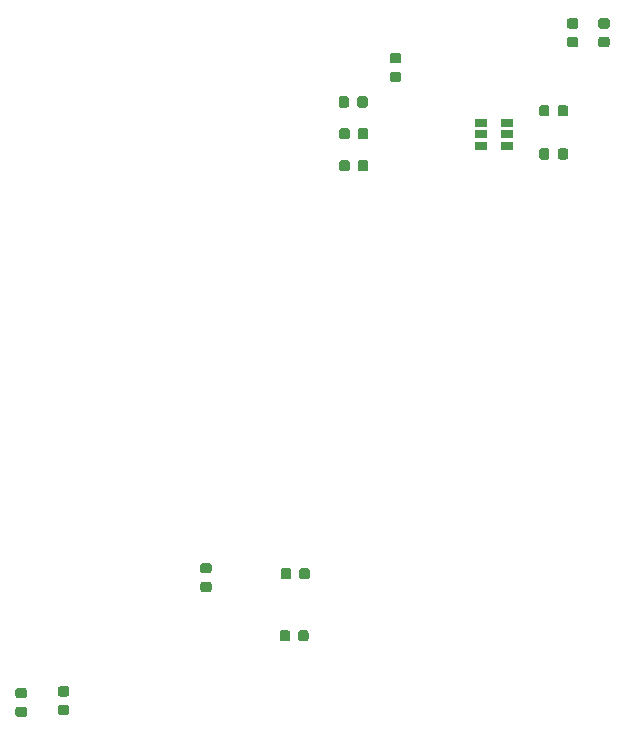
<source format=gbr>
G04 #@! TF.GenerationSoftware,KiCad,Pcbnew,(5.1.0)-1*
G04 #@! TF.CreationDate,2020-08-21T01:29:19+01:00*
G04 #@! TF.ProjectId,marcoboard,6d617263-6f62-46f6-9172-642e6b696361,rev?*
G04 #@! TF.SameCoordinates,Original*
G04 #@! TF.FileFunction,Paste,Top*
G04 #@! TF.FilePolarity,Positive*
%FSLAX46Y46*%
G04 Gerber Fmt 4.6, Leading zero omitted, Abs format (unit mm)*
G04 Created by KiCad (PCBNEW (5.1.0)-1) date 2020-08-21 01:29:19*
%MOMM*%
%LPD*%
G04 APERTURE LIST*
%ADD10R,1.060000X0.650000*%
%ADD11C,0.100000*%
%ADD12C,0.875000*%
G04 APERTURE END LIST*
D10*
X85150000Y-70900000D03*
X85150000Y-71850000D03*
X85150000Y-69950000D03*
X87350000Y-69950000D03*
X87350000Y-70900000D03*
X87350000Y-71850000D03*
D11*
G36*
X46477691Y-119338553D02*
G01*
X46498926Y-119341703D01*
X46519750Y-119346919D01*
X46539962Y-119354151D01*
X46559368Y-119363330D01*
X46577781Y-119374366D01*
X46595024Y-119387154D01*
X46610930Y-119401570D01*
X46625346Y-119417476D01*
X46638134Y-119434719D01*
X46649170Y-119453132D01*
X46658349Y-119472538D01*
X46665581Y-119492750D01*
X46670797Y-119513574D01*
X46673947Y-119534809D01*
X46675000Y-119556250D01*
X46675000Y-119993750D01*
X46673947Y-120015191D01*
X46670797Y-120036426D01*
X46665581Y-120057250D01*
X46658349Y-120077462D01*
X46649170Y-120096868D01*
X46638134Y-120115281D01*
X46625346Y-120132524D01*
X46610930Y-120148430D01*
X46595024Y-120162846D01*
X46577781Y-120175634D01*
X46559368Y-120186670D01*
X46539962Y-120195849D01*
X46519750Y-120203081D01*
X46498926Y-120208297D01*
X46477691Y-120211447D01*
X46456250Y-120212500D01*
X45943750Y-120212500D01*
X45922309Y-120211447D01*
X45901074Y-120208297D01*
X45880250Y-120203081D01*
X45860038Y-120195849D01*
X45840632Y-120186670D01*
X45822219Y-120175634D01*
X45804976Y-120162846D01*
X45789070Y-120148430D01*
X45774654Y-120132524D01*
X45761866Y-120115281D01*
X45750830Y-120096868D01*
X45741651Y-120077462D01*
X45734419Y-120057250D01*
X45729203Y-120036426D01*
X45726053Y-120015191D01*
X45725000Y-119993750D01*
X45725000Y-119556250D01*
X45726053Y-119534809D01*
X45729203Y-119513574D01*
X45734419Y-119492750D01*
X45741651Y-119472538D01*
X45750830Y-119453132D01*
X45761866Y-119434719D01*
X45774654Y-119417476D01*
X45789070Y-119401570D01*
X45804976Y-119387154D01*
X45822219Y-119374366D01*
X45840632Y-119363330D01*
X45860038Y-119354151D01*
X45880250Y-119346919D01*
X45901074Y-119341703D01*
X45922309Y-119338553D01*
X45943750Y-119337500D01*
X46456250Y-119337500D01*
X46477691Y-119338553D01*
X46477691Y-119338553D01*
G37*
D12*
X46200000Y-119775000D03*
D11*
G36*
X46477691Y-117763553D02*
G01*
X46498926Y-117766703D01*
X46519750Y-117771919D01*
X46539962Y-117779151D01*
X46559368Y-117788330D01*
X46577781Y-117799366D01*
X46595024Y-117812154D01*
X46610930Y-117826570D01*
X46625346Y-117842476D01*
X46638134Y-117859719D01*
X46649170Y-117878132D01*
X46658349Y-117897538D01*
X46665581Y-117917750D01*
X46670797Y-117938574D01*
X46673947Y-117959809D01*
X46675000Y-117981250D01*
X46675000Y-118418750D01*
X46673947Y-118440191D01*
X46670797Y-118461426D01*
X46665581Y-118482250D01*
X46658349Y-118502462D01*
X46649170Y-118521868D01*
X46638134Y-118540281D01*
X46625346Y-118557524D01*
X46610930Y-118573430D01*
X46595024Y-118587846D01*
X46577781Y-118600634D01*
X46559368Y-118611670D01*
X46539962Y-118620849D01*
X46519750Y-118628081D01*
X46498926Y-118633297D01*
X46477691Y-118636447D01*
X46456250Y-118637500D01*
X45943750Y-118637500D01*
X45922309Y-118636447D01*
X45901074Y-118633297D01*
X45880250Y-118628081D01*
X45860038Y-118620849D01*
X45840632Y-118611670D01*
X45822219Y-118600634D01*
X45804976Y-118587846D01*
X45789070Y-118573430D01*
X45774654Y-118557524D01*
X45761866Y-118540281D01*
X45750830Y-118521868D01*
X45741651Y-118502462D01*
X45734419Y-118482250D01*
X45729203Y-118461426D01*
X45726053Y-118440191D01*
X45725000Y-118418750D01*
X45725000Y-117981250D01*
X45726053Y-117959809D01*
X45729203Y-117938574D01*
X45734419Y-117917750D01*
X45741651Y-117897538D01*
X45750830Y-117878132D01*
X45761866Y-117859719D01*
X45774654Y-117842476D01*
X45789070Y-117826570D01*
X45804976Y-117812154D01*
X45822219Y-117799366D01*
X45840632Y-117788330D01*
X45860038Y-117779151D01*
X45880250Y-117771919D01*
X45901074Y-117766703D01*
X45922309Y-117763553D01*
X45943750Y-117762500D01*
X46456250Y-117762500D01*
X46477691Y-117763553D01*
X46477691Y-117763553D01*
G37*
D12*
X46200000Y-118200000D03*
D11*
G36*
X50077691Y-119188553D02*
G01*
X50098926Y-119191703D01*
X50119750Y-119196919D01*
X50139962Y-119204151D01*
X50159368Y-119213330D01*
X50177781Y-119224366D01*
X50195024Y-119237154D01*
X50210930Y-119251570D01*
X50225346Y-119267476D01*
X50238134Y-119284719D01*
X50249170Y-119303132D01*
X50258349Y-119322538D01*
X50265581Y-119342750D01*
X50270797Y-119363574D01*
X50273947Y-119384809D01*
X50275000Y-119406250D01*
X50275000Y-119843750D01*
X50273947Y-119865191D01*
X50270797Y-119886426D01*
X50265581Y-119907250D01*
X50258349Y-119927462D01*
X50249170Y-119946868D01*
X50238134Y-119965281D01*
X50225346Y-119982524D01*
X50210930Y-119998430D01*
X50195024Y-120012846D01*
X50177781Y-120025634D01*
X50159368Y-120036670D01*
X50139962Y-120045849D01*
X50119750Y-120053081D01*
X50098926Y-120058297D01*
X50077691Y-120061447D01*
X50056250Y-120062500D01*
X49543750Y-120062500D01*
X49522309Y-120061447D01*
X49501074Y-120058297D01*
X49480250Y-120053081D01*
X49460038Y-120045849D01*
X49440632Y-120036670D01*
X49422219Y-120025634D01*
X49404976Y-120012846D01*
X49389070Y-119998430D01*
X49374654Y-119982524D01*
X49361866Y-119965281D01*
X49350830Y-119946868D01*
X49341651Y-119927462D01*
X49334419Y-119907250D01*
X49329203Y-119886426D01*
X49326053Y-119865191D01*
X49325000Y-119843750D01*
X49325000Y-119406250D01*
X49326053Y-119384809D01*
X49329203Y-119363574D01*
X49334419Y-119342750D01*
X49341651Y-119322538D01*
X49350830Y-119303132D01*
X49361866Y-119284719D01*
X49374654Y-119267476D01*
X49389070Y-119251570D01*
X49404976Y-119237154D01*
X49422219Y-119224366D01*
X49440632Y-119213330D01*
X49460038Y-119204151D01*
X49480250Y-119196919D01*
X49501074Y-119191703D01*
X49522309Y-119188553D01*
X49543750Y-119187500D01*
X50056250Y-119187500D01*
X50077691Y-119188553D01*
X50077691Y-119188553D01*
G37*
D12*
X49800000Y-119625000D03*
D11*
G36*
X50077691Y-117613553D02*
G01*
X50098926Y-117616703D01*
X50119750Y-117621919D01*
X50139962Y-117629151D01*
X50159368Y-117638330D01*
X50177781Y-117649366D01*
X50195024Y-117662154D01*
X50210930Y-117676570D01*
X50225346Y-117692476D01*
X50238134Y-117709719D01*
X50249170Y-117728132D01*
X50258349Y-117747538D01*
X50265581Y-117767750D01*
X50270797Y-117788574D01*
X50273947Y-117809809D01*
X50275000Y-117831250D01*
X50275000Y-118268750D01*
X50273947Y-118290191D01*
X50270797Y-118311426D01*
X50265581Y-118332250D01*
X50258349Y-118352462D01*
X50249170Y-118371868D01*
X50238134Y-118390281D01*
X50225346Y-118407524D01*
X50210930Y-118423430D01*
X50195024Y-118437846D01*
X50177781Y-118450634D01*
X50159368Y-118461670D01*
X50139962Y-118470849D01*
X50119750Y-118478081D01*
X50098926Y-118483297D01*
X50077691Y-118486447D01*
X50056250Y-118487500D01*
X49543750Y-118487500D01*
X49522309Y-118486447D01*
X49501074Y-118483297D01*
X49480250Y-118478081D01*
X49460038Y-118470849D01*
X49440632Y-118461670D01*
X49422219Y-118450634D01*
X49404976Y-118437846D01*
X49389070Y-118423430D01*
X49374654Y-118407524D01*
X49361866Y-118390281D01*
X49350830Y-118371868D01*
X49341651Y-118352462D01*
X49334419Y-118332250D01*
X49329203Y-118311426D01*
X49326053Y-118290191D01*
X49325000Y-118268750D01*
X49325000Y-117831250D01*
X49326053Y-117809809D01*
X49329203Y-117788574D01*
X49334419Y-117767750D01*
X49341651Y-117747538D01*
X49350830Y-117728132D01*
X49361866Y-117709719D01*
X49374654Y-117692476D01*
X49389070Y-117676570D01*
X49404976Y-117662154D01*
X49422219Y-117649366D01*
X49440632Y-117638330D01*
X49460038Y-117629151D01*
X49480250Y-117621919D01*
X49501074Y-117616703D01*
X49522309Y-117613553D01*
X49543750Y-117612500D01*
X50056250Y-117612500D01*
X50077691Y-117613553D01*
X50077691Y-117613553D01*
G37*
D12*
X49800000Y-118050000D03*
D11*
G36*
X90740191Y-68426053D02*
G01*
X90761426Y-68429203D01*
X90782250Y-68434419D01*
X90802462Y-68441651D01*
X90821868Y-68450830D01*
X90840281Y-68461866D01*
X90857524Y-68474654D01*
X90873430Y-68489070D01*
X90887846Y-68504976D01*
X90900634Y-68522219D01*
X90911670Y-68540632D01*
X90920849Y-68560038D01*
X90928081Y-68580250D01*
X90933297Y-68601074D01*
X90936447Y-68622309D01*
X90937500Y-68643750D01*
X90937500Y-69156250D01*
X90936447Y-69177691D01*
X90933297Y-69198926D01*
X90928081Y-69219750D01*
X90920849Y-69239962D01*
X90911670Y-69259368D01*
X90900634Y-69277781D01*
X90887846Y-69295024D01*
X90873430Y-69310930D01*
X90857524Y-69325346D01*
X90840281Y-69338134D01*
X90821868Y-69349170D01*
X90802462Y-69358349D01*
X90782250Y-69365581D01*
X90761426Y-69370797D01*
X90740191Y-69373947D01*
X90718750Y-69375000D01*
X90281250Y-69375000D01*
X90259809Y-69373947D01*
X90238574Y-69370797D01*
X90217750Y-69365581D01*
X90197538Y-69358349D01*
X90178132Y-69349170D01*
X90159719Y-69338134D01*
X90142476Y-69325346D01*
X90126570Y-69310930D01*
X90112154Y-69295024D01*
X90099366Y-69277781D01*
X90088330Y-69259368D01*
X90079151Y-69239962D01*
X90071919Y-69219750D01*
X90066703Y-69198926D01*
X90063553Y-69177691D01*
X90062500Y-69156250D01*
X90062500Y-68643750D01*
X90063553Y-68622309D01*
X90066703Y-68601074D01*
X90071919Y-68580250D01*
X90079151Y-68560038D01*
X90088330Y-68540632D01*
X90099366Y-68522219D01*
X90112154Y-68504976D01*
X90126570Y-68489070D01*
X90142476Y-68474654D01*
X90159719Y-68461866D01*
X90178132Y-68450830D01*
X90197538Y-68441651D01*
X90217750Y-68434419D01*
X90238574Y-68429203D01*
X90259809Y-68426053D01*
X90281250Y-68425000D01*
X90718750Y-68425000D01*
X90740191Y-68426053D01*
X90740191Y-68426053D01*
G37*
D12*
X90500000Y-68900000D03*
D11*
G36*
X92315191Y-68426053D02*
G01*
X92336426Y-68429203D01*
X92357250Y-68434419D01*
X92377462Y-68441651D01*
X92396868Y-68450830D01*
X92415281Y-68461866D01*
X92432524Y-68474654D01*
X92448430Y-68489070D01*
X92462846Y-68504976D01*
X92475634Y-68522219D01*
X92486670Y-68540632D01*
X92495849Y-68560038D01*
X92503081Y-68580250D01*
X92508297Y-68601074D01*
X92511447Y-68622309D01*
X92512500Y-68643750D01*
X92512500Y-69156250D01*
X92511447Y-69177691D01*
X92508297Y-69198926D01*
X92503081Y-69219750D01*
X92495849Y-69239962D01*
X92486670Y-69259368D01*
X92475634Y-69277781D01*
X92462846Y-69295024D01*
X92448430Y-69310930D01*
X92432524Y-69325346D01*
X92415281Y-69338134D01*
X92396868Y-69349170D01*
X92377462Y-69358349D01*
X92357250Y-69365581D01*
X92336426Y-69370797D01*
X92315191Y-69373947D01*
X92293750Y-69375000D01*
X91856250Y-69375000D01*
X91834809Y-69373947D01*
X91813574Y-69370797D01*
X91792750Y-69365581D01*
X91772538Y-69358349D01*
X91753132Y-69349170D01*
X91734719Y-69338134D01*
X91717476Y-69325346D01*
X91701570Y-69310930D01*
X91687154Y-69295024D01*
X91674366Y-69277781D01*
X91663330Y-69259368D01*
X91654151Y-69239962D01*
X91646919Y-69219750D01*
X91641703Y-69198926D01*
X91638553Y-69177691D01*
X91637500Y-69156250D01*
X91637500Y-68643750D01*
X91638553Y-68622309D01*
X91641703Y-68601074D01*
X91646919Y-68580250D01*
X91654151Y-68560038D01*
X91663330Y-68540632D01*
X91674366Y-68522219D01*
X91687154Y-68504976D01*
X91701570Y-68489070D01*
X91717476Y-68474654D01*
X91734719Y-68461866D01*
X91753132Y-68450830D01*
X91772538Y-68441651D01*
X91792750Y-68434419D01*
X91813574Y-68429203D01*
X91834809Y-68426053D01*
X91856250Y-68425000D01*
X92293750Y-68425000D01*
X92315191Y-68426053D01*
X92315191Y-68426053D01*
G37*
D12*
X92075000Y-68900000D03*
D11*
G36*
X90740191Y-72076053D02*
G01*
X90761426Y-72079203D01*
X90782250Y-72084419D01*
X90802462Y-72091651D01*
X90821868Y-72100830D01*
X90840281Y-72111866D01*
X90857524Y-72124654D01*
X90873430Y-72139070D01*
X90887846Y-72154976D01*
X90900634Y-72172219D01*
X90911670Y-72190632D01*
X90920849Y-72210038D01*
X90928081Y-72230250D01*
X90933297Y-72251074D01*
X90936447Y-72272309D01*
X90937500Y-72293750D01*
X90937500Y-72806250D01*
X90936447Y-72827691D01*
X90933297Y-72848926D01*
X90928081Y-72869750D01*
X90920849Y-72889962D01*
X90911670Y-72909368D01*
X90900634Y-72927781D01*
X90887846Y-72945024D01*
X90873430Y-72960930D01*
X90857524Y-72975346D01*
X90840281Y-72988134D01*
X90821868Y-72999170D01*
X90802462Y-73008349D01*
X90782250Y-73015581D01*
X90761426Y-73020797D01*
X90740191Y-73023947D01*
X90718750Y-73025000D01*
X90281250Y-73025000D01*
X90259809Y-73023947D01*
X90238574Y-73020797D01*
X90217750Y-73015581D01*
X90197538Y-73008349D01*
X90178132Y-72999170D01*
X90159719Y-72988134D01*
X90142476Y-72975346D01*
X90126570Y-72960930D01*
X90112154Y-72945024D01*
X90099366Y-72927781D01*
X90088330Y-72909368D01*
X90079151Y-72889962D01*
X90071919Y-72869750D01*
X90066703Y-72848926D01*
X90063553Y-72827691D01*
X90062500Y-72806250D01*
X90062500Y-72293750D01*
X90063553Y-72272309D01*
X90066703Y-72251074D01*
X90071919Y-72230250D01*
X90079151Y-72210038D01*
X90088330Y-72190632D01*
X90099366Y-72172219D01*
X90112154Y-72154976D01*
X90126570Y-72139070D01*
X90142476Y-72124654D01*
X90159719Y-72111866D01*
X90178132Y-72100830D01*
X90197538Y-72091651D01*
X90217750Y-72084419D01*
X90238574Y-72079203D01*
X90259809Y-72076053D01*
X90281250Y-72075000D01*
X90718750Y-72075000D01*
X90740191Y-72076053D01*
X90740191Y-72076053D01*
G37*
D12*
X90500000Y-72550000D03*
D11*
G36*
X92315191Y-72076053D02*
G01*
X92336426Y-72079203D01*
X92357250Y-72084419D01*
X92377462Y-72091651D01*
X92396868Y-72100830D01*
X92415281Y-72111866D01*
X92432524Y-72124654D01*
X92448430Y-72139070D01*
X92462846Y-72154976D01*
X92475634Y-72172219D01*
X92486670Y-72190632D01*
X92495849Y-72210038D01*
X92503081Y-72230250D01*
X92508297Y-72251074D01*
X92511447Y-72272309D01*
X92512500Y-72293750D01*
X92512500Y-72806250D01*
X92511447Y-72827691D01*
X92508297Y-72848926D01*
X92503081Y-72869750D01*
X92495849Y-72889962D01*
X92486670Y-72909368D01*
X92475634Y-72927781D01*
X92462846Y-72945024D01*
X92448430Y-72960930D01*
X92432524Y-72975346D01*
X92415281Y-72988134D01*
X92396868Y-72999170D01*
X92377462Y-73008349D01*
X92357250Y-73015581D01*
X92336426Y-73020797D01*
X92315191Y-73023947D01*
X92293750Y-73025000D01*
X91856250Y-73025000D01*
X91834809Y-73023947D01*
X91813574Y-73020797D01*
X91792750Y-73015581D01*
X91772538Y-73008349D01*
X91753132Y-72999170D01*
X91734719Y-72988134D01*
X91717476Y-72975346D01*
X91701570Y-72960930D01*
X91687154Y-72945024D01*
X91674366Y-72927781D01*
X91663330Y-72909368D01*
X91654151Y-72889962D01*
X91646919Y-72869750D01*
X91641703Y-72848926D01*
X91638553Y-72827691D01*
X91637500Y-72806250D01*
X91637500Y-72293750D01*
X91638553Y-72272309D01*
X91641703Y-72251074D01*
X91646919Y-72230250D01*
X91654151Y-72210038D01*
X91663330Y-72190632D01*
X91674366Y-72172219D01*
X91687154Y-72154976D01*
X91701570Y-72139070D01*
X91717476Y-72124654D01*
X91734719Y-72111866D01*
X91753132Y-72100830D01*
X91772538Y-72091651D01*
X91792750Y-72084419D01*
X91813574Y-72079203D01*
X91834809Y-72076053D01*
X91856250Y-72075000D01*
X92293750Y-72075000D01*
X92315191Y-72076053D01*
X92315191Y-72076053D01*
G37*
D12*
X92075000Y-72550000D03*
D11*
G36*
X95827691Y-61063553D02*
G01*
X95848926Y-61066703D01*
X95869750Y-61071919D01*
X95889962Y-61079151D01*
X95909368Y-61088330D01*
X95927781Y-61099366D01*
X95945024Y-61112154D01*
X95960930Y-61126570D01*
X95975346Y-61142476D01*
X95988134Y-61159719D01*
X95999170Y-61178132D01*
X96008349Y-61197538D01*
X96015581Y-61217750D01*
X96020797Y-61238574D01*
X96023947Y-61259809D01*
X96025000Y-61281250D01*
X96025000Y-61718750D01*
X96023947Y-61740191D01*
X96020797Y-61761426D01*
X96015581Y-61782250D01*
X96008349Y-61802462D01*
X95999170Y-61821868D01*
X95988134Y-61840281D01*
X95975346Y-61857524D01*
X95960930Y-61873430D01*
X95945024Y-61887846D01*
X95927781Y-61900634D01*
X95909368Y-61911670D01*
X95889962Y-61920849D01*
X95869750Y-61928081D01*
X95848926Y-61933297D01*
X95827691Y-61936447D01*
X95806250Y-61937500D01*
X95293750Y-61937500D01*
X95272309Y-61936447D01*
X95251074Y-61933297D01*
X95230250Y-61928081D01*
X95210038Y-61920849D01*
X95190632Y-61911670D01*
X95172219Y-61900634D01*
X95154976Y-61887846D01*
X95139070Y-61873430D01*
X95124654Y-61857524D01*
X95111866Y-61840281D01*
X95100830Y-61821868D01*
X95091651Y-61802462D01*
X95084419Y-61782250D01*
X95079203Y-61761426D01*
X95076053Y-61740191D01*
X95075000Y-61718750D01*
X95075000Y-61281250D01*
X95076053Y-61259809D01*
X95079203Y-61238574D01*
X95084419Y-61217750D01*
X95091651Y-61197538D01*
X95100830Y-61178132D01*
X95111866Y-61159719D01*
X95124654Y-61142476D01*
X95139070Y-61126570D01*
X95154976Y-61112154D01*
X95172219Y-61099366D01*
X95190632Y-61088330D01*
X95210038Y-61079151D01*
X95230250Y-61071919D01*
X95251074Y-61066703D01*
X95272309Y-61063553D01*
X95293750Y-61062500D01*
X95806250Y-61062500D01*
X95827691Y-61063553D01*
X95827691Y-61063553D01*
G37*
D12*
X95550000Y-61500000D03*
D11*
G36*
X95827691Y-62638553D02*
G01*
X95848926Y-62641703D01*
X95869750Y-62646919D01*
X95889962Y-62654151D01*
X95909368Y-62663330D01*
X95927781Y-62674366D01*
X95945024Y-62687154D01*
X95960930Y-62701570D01*
X95975346Y-62717476D01*
X95988134Y-62734719D01*
X95999170Y-62753132D01*
X96008349Y-62772538D01*
X96015581Y-62792750D01*
X96020797Y-62813574D01*
X96023947Y-62834809D01*
X96025000Y-62856250D01*
X96025000Y-63293750D01*
X96023947Y-63315191D01*
X96020797Y-63336426D01*
X96015581Y-63357250D01*
X96008349Y-63377462D01*
X95999170Y-63396868D01*
X95988134Y-63415281D01*
X95975346Y-63432524D01*
X95960930Y-63448430D01*
X95945024Y-63462846D01*
X95927781Y-63475634D01*
X95909368Y-63486670D01*
X95889962Y-63495849D01*
X95869750Y-63503081D01*
X95848926Y-63508297D01*
X95827691Y-63511447D01*
X95806250Y-63512500D01*
X95293750Y-63512500D01*
X95272309Y-63511447D01*
X95251074Y-63508297D01*
X95230250Y-63503081D01*
X95210038Y-63495849D01*
X95190632Y-63486670D01*
X95172219Y-63475634D01*
X95154976Y-63462846D01*
X95139070Y-63448430D01*
X95124654Y-63432524D01*
X95111866Y-63415281D01*
X95100830Y-63396868D01*
X95091651Y-63377462D01*
X95084419Y-63357250D01*
X95079203Y-63336426D01*
X95076053Y-63315191D01*
X95075000Y-63293750D01*
X95075000Y-62856250D01*
X95076053Y-62834809D01*
X95079203Y-62813574D01*
X95084419Y-62792750D01*
X95091651Y-62772538D01*
X95100830Y-62753132D01*
X95111866Y-62734719D01*
X95124654Y-62717476D01*
X95139070Y-62701570D01*
X95154976Y-62687154D01*
X95172219Y-62674366D01*
X95190632Y-62663330D01*
X95210038Y-62654151D01*
X95230250Y-62646919D01*
X95251074Y-62641703D01*
X95272309Y-62638553D01*
X95293750Y-62637500D01*
X95806250Y-62637500D01*
X95827691Y-62638553D01*
X95827691Y-62638553D01*
G37*
D12*
X95550000Y-63075000D03*
D11*
G36*
X93177691Y-62638553D02*
G01*
X93198926Y-62641703D01*
X93219750Y-62646919D01*
X93239962Y-62654151D01*
X93259368Y-62663330D01*
X93277781Y-62674366D01*
X93295024Y-62687154D01*
X93310930Y-62701570D01*
X93325346Y-62717476D01*
X93338134Y-62734719D01*
X93349170Y-62753132D01*
X93358349Y-62772538D01*
X93365581Y-62792750D01*
X93370797Y-62813574D01*
X93373947Y-62834809D01*
X93375000Y-62856250D01*
X93375000Y-63293750D01*
X93373947Y-63315191D01*
X93370797Y-63336426D01*
X93365581Y-63357250D01*
X93358349Y-63377462D01*
X93349170Y-63396868D01*
X93338134Y-63415281D01*
X93325346Y-63432524D01*
X93310930Y-63448430D01*
X93295024Y-63462846D01*
X93277781Y-63475634D01*
X93259368Y-63486670D01*
X93239962Y-63495849D01*
X93219750Y-63503081D01*
X93198926Y-63508297D01*
X93177691Y-63511447D01*
X93156250Y-63512500D01*
X92643750Y-63512500D01*
X92622309Y-63511447D01*
X92601074Y-63508297D01*
X92580250Y-63503081D01*
X92560038Y-63495849D01*
X92540632Y-63486670D01*
X92522219Y-63475634D01*
X92504976Y-63462846D01*
X92489070Y-63448430D01*
X92474654Y-63432524D01*
X92461866Y-63415281D01*
X92450830Y-63396868D01*
X92441651Y-63377462D01*
X92434419Y-63357250D01*
X92429203Y-63336426D01*
X92426053Y-63315191D01*
X92425000Y-63293750D01*
X92425000Y-62856250D01*
X92426053Y-62834809D01*
X92429203Y-62813574D01*
X92434419Y-62792750D01*
X92441651Y-62772538D01*
X92450830Y-62753132D01*
X92461866Y-62734719D01*
X92474654Y-62717476D01*
X92489070Y-62701570D01*
X92504976Y-62687154D01*
X92522219Y-62674366D01*
X92540632Y-62663330D01*
X92560038Y-62654151D01*
X92580250Y-62646919D01*
X92601074Y-62641703D01*
X92622309Y-62638553D01*
X92643750Y-62637500D01*
X93156250Y-62637500D01*
X93177691Y-62638553D01*
X93177691Y-62638553D01*
G37*
D12*
X92900000Y-63075000D03*
D11*
G36*
X93177691Y-61063553D02*
G01*
X93198926Y-61066703D01*
X93219750Y-61071919D01*
X93239962Y-61079151D01*
X93259368Y-61088330D01*
X93277781Y-61099366D01*
X93295024Y-61112154D01*
X93310930Y-61126570D01*
X93325346Y-61142476D01*
X93338134Y-61159719D01*
X93349170Y-61178132D01*
X93358349Y-61197538D01*
X93365581Y-61217750D01*
X93370797Y-61238574D01*
X93373947Y-61259809D01*
X93375000Y-61281250D01*
X93375000Y-61718750D01*
X93373947Y-61740191D01*
X93370797Y-61761426D01*
X93365581Y-61782250D01*
X93358349Y-61802462D01*
X93349170Y-61821868D01*
X93338134Y-61840281D01*
X93325346Y-61857524D01*
X93310930Y-61873430D01*
X93295024Y-61887846D01*
X93277781Y-61900634D01*
X93259368Y-61911670D01*
X93239962Y-61920849D01*
X93219750Y-61928081D01*
X93198926Y-61933297D01*
X93177691Y-61936447D01*
X93156250Y-61937500D01*
X92643750Y-61937500D01*
X92622309Y-61936447D01*
X92601074Y-61933297D01*
X92580250Y-61928081D01*
X92560038Y-61920849D01*
X92540632Y-61911670D01*
X92522219Y-61900634D01*
X92504976Y-61887846D01*
X92489070Y-61873430D01*
X92474654Y-61857524D01*
X92461866Y-61840281D01*
X92450830Y-61821868D01*
X92441651Y-61802462D01*
X92434419Y-61782250D01*
X92429203Y-61761426D01*
X92426053Y-61740191D01*
X92425000Y-61718750D01*
X92425000Y-61281250D01*
X92426053Y-61259809D01*
X92429203Y-61238574D01*
X92434419Y-61217750D01*
X92441651Y-61197538D01*
X92450830Y-61178132D01*
X92461866Y-61159719D01*
X92474654Y-61142476D01*
X92489070Y-61126570D01*
X92504976Y-61112154D01*
X92522219Y-61099366D01*
X92540632Y-61088330D01*
X92560038Y-61079151D01*
X92580250Y-61071919D01*
X92601074Y-61066703D01*
X92622309Y-61063553D01*
X92643750Y-61062500D01*
X93156250Y-61062500D01*
X93177691Y-61063553D01*
X93177691Y-61063553D01*
G37*
D12*
X92900000Y-61500000D03*
D11*
G36*
X62127691Y-108763553D02*
G01*
X62148926Y-108766703D01*
X62169750Y-108771919D01*
X62189962Y-108779151D01*
X62209368Y-108788330D01*
X62227781Y-108799366D01*
X62245024Y-108812154D01*
X62260930Y-108826570D01*
X62275346Y-108842476D01*
X62288134Y-108859719D01*
X62299170Y-108878132D01*
X62308349Y-108897538D01*
X62315581Y-108917750D01*
X62320797Y-108938574D01*
X62323947Y-108959809D01*
X62325000Y-108981250D01*
X62325000Y-109418750D01*
X62323947Y-109440191D01*
X62320797Y-109461426D01*
X62315581Y-109482250D01*
X62308349Y-109502462D01*
X62299170Y-109521868D01*
X62288134Y-109540281D01*
X62275346Y-109557524D01*
X62260930Y-109573430D01*
X62245024Y-109587846D01*
X62227781Y-109600634D01*
X62209368Y-109611670D01*
X62189962Y-109620849D01*
X62169750Y-109628081D01*
X62148926Y-109633297D01*
X62127691Y-109636447D01*
X62106250Y-109637500D01*
X61593750Y-109637500D01*
X61572309Y-109636447D01*
X61551074Y-109633297D01*
X61530250Y-109628081D01*
X61510038Y-109620849D01*
X61490632Y-109611670D01*
X61472219Y-109600634D01*
X61454976Y-109587846D01*
X61439070Y-109573430D01*
X61424654Y-109557524D01*
X61411866Y-109540281D01*
X61400830Y-109521868D01*
X61391651Y-109502462D01*
X61384419Y-109482250D01*
X61379203Y-109461426D01*
X61376053Y-109440191D01*
X61375000Y-109418750D01*
X61375000Y-108981250D01*
X61376053Y-108959809D01*
X61379203Y-108938574D01*
X61384419Y-108917750D01*
X61391651Y-108897538D01*
X61400830Y-108878132D01*
X61411866Y-108859719D01*
X61424654Y-108842476D01*
X61439070Y-108826570D01*
X61454976Y-108812154D01*
X61472219Y-108799366D01*
X61490632Y-108788330D01*
X61510038Y-108779151D01*
X61530250Y-108771919D01*
X61551074Y-108766703D01*
X61572309Y-108763553D01*
X61593750Y-108762500D01*
X62106250Y-108762500D01*
X62127691Y-108763553D01*
X62127691Y-108763553D01*
G37*
D12*
X61850000Y-109200000D03*
D11*
G36*
X62127691Y-107188553D02*
G01*
X62148926Y-107191703D01*
X62169750Y-107196919D01*
X62189962Y-107204151D01*
X62209368Y-107213330D01*
X62227781Y-107224366D01*
X62245024Y-107237154D01*
X62260930Y-107251570D01*
X62275346Y-107267476D01*
X62288134Y-107284719D01*
X62299170Y-107303132D01*
X62308349Y-107322538D01*
X62315581Y-107342750D01*
X62320797Y-107363574D01*
X62323947Y-107384809D01*
X62325000Y-107406250D01*
X62325000Y-107843750D01*
X62323947Y-107865191D01*
X62320797Y-107886426D01*
X62315581Y-107907250D01*
X62308349Y-107927462D01*
X62299170Y-107946868D01*
X62288134Y-107965281D01*
X62275346Y-107982524D01*
X62260930Y-107998430D01*
X62245024Y-108012846D01*
X62227781Y-108025634D01*
X62209368Y-108036670D01*
X62189962Y-108045849D01*
X62169750Y-108053081D01*
X62148926Y-108058297D01*
X62127691Y-108061447D01*
X62106250Y-108062500D01*
X61593750Y-108062500D01*
X61572309Y-108061447D01*
X61551074Y-108058297D01*
X61530250Y-108053081D01*
X61510038Y-108045849D01*
X61490632Y-108036670D01*
X61472219Y-108025634D01*
X61454976Y-108012846D01*
X61439070Y-107998430D01*
X61424654Y-107982524D01*
X61411866Y-107965281D01*
X61400830Y-107946868D01*
X61391651Y-107927462D01*
X61384419Y-107907250D01*
X61379203Y-107886426D01*
X61376053Y-107865191D01*
X61375000Y-107843750D01*
X61375000Y-107406250D01*
X61376053Y-107384809D01*
X61379203Y-107363574D01*
X61384419Y-107342750D01*
X61391651Y-107322538D01*
X61400830Y-107303132D01*
X61411866Y-107284719D01*
X61424654Y-107267476D01*
X61439070Y-107251570D01*
X61454976Y-107237154D01*
X61472219Y-107224366D01*
X61490632Y-107213330D01*
X61510038Y-107204151D01*
X61530250Y-107196919D01*
X61551074Y-107191703D01*
X61572309Y-107188553D01*
X61593750Y-107187500D01*
X62106250Y-107187500D01*
X62127691Y-107188553D01*
X62127691Y-107188553D01*
G37*
D12*
X61850000Y-107625000D03*
D11*
G36*
X78177691Y-64013553D02*
G01*
X78198926Y-64016703D01*
X78219750Y-64021919D01*
X78239962Y-64029151D01*
X78259368Y-64038330D01*
X78277781Y-64049366D01*
X78295024Y-64062154D01*
X78310930Y-64076570D01*
X78325346Y-64092476D01*
X78338134Y-64109719D01*
X78349170Y-64128132D01*
X78358349Y-64147538D01*
X78365581Y-64167750D01*
X78370797Y-64188574D01*
X78373947Y-64209809D01*
X78375000Y-64231250D01*
X78375000Y-64668750D01*
X78373947Y-64690191D01*
X78370797Y-64711426D01*
X78365581Y-64732250D01*
X78358349Y-64752462D01*
X78349170Y-64771868D01*
X78338134Y-64790281D01*
X78325346Y-64807524D01*
X78310930Y-64823430D01*
X78295024Y-64837846D01*
X78277781Y-64850634D01*
X78259368Y-64861670D01*
X78239962Y-64870849D01*
X78219750Y-64878081D01*
X78198926Y-64883297D01*
X78177691Y-64886447D01*
X78156250Y-64887500D01*
X77643750Y-64887500D01*
X77622309Y-64886447D01*
X77601074Y-64883297D01*
X77580250Y-64878081D01*
X77560038Y-64870849D01*
X77540632Y-64861670D01*
X77522219Y-64850634D01*
X77504976Y-64837846D01*
X77489070Y-64823430D01*
X77474654Y-64807524D01*
X77461866Y-64790281D01*
X77450830Y-64771868D01*
X77441651Y-64752462D01*
X77434419Y-64732250D01*
X77429203Y-64711426D01*
X77426053Y-64690191D01*
X77425000Y-64668750D01*
X77425000Y-64231250D01*
X77426053Y-64209809D01*
X77429203Y-64188574D01*
X77434419Y-64167750D01*
X77441651Y-64147538D01*
X77450830Y-64128132D01*
X77461866Y-64109719D01*
X77474654Y-64092476D01*
X77489070Y-64076570D01*
X77504976Y-64062154D01*
X77522219Y-64049366D01*
X77540632Y-64038330D01*
X77560038Y-64029151D01*
X77580250Y-64021919D01*
X77601074Y-64016703D01*
X77622309Y-64013553D01*
X77643750Y-64012500D01*
X78156250Y-64012500D01*
X78177691Y-64013553D01*
X78177691Y-64013553D01*
G37*
D12*
X77900000Y-64450000D03*
D11*
G36*
X78177691Y-65588553D02*
G01*
X78198926Y-65591703D01*
X78219750Y-65596919D01*
X78239962Y-65604151D01*
X78259368Y-65613330D01*
X78277781Y-65624366D01*
X78295024Y-65637154D01*
X78310930Y-65651570D01*
X78325346Y-65667476D01*
X78338134Y-65684719D01*
X78349170Y-65703132D01*
X78358349Y-65722538D01*
X78365581Y-65742750D01*
X78370797Y-65763574D01*
X78373947Y-65784809D01*
X78375000Y-65806250D01*
X78375000Y-66243750D01*
X78373947Y-66265191D01*
X78370797Y-66286426D01*
X78365581Y-66307250D01*
X78358349Y-66327462D01*
X78349170Y-66346868D01*
X78338134Y-66365281D01*
X78325346Y-66382524D01*
X78310930Y-66398430D01*
X78295024Y-66412846D01*
X78277781Y-66425634D01*
X78259368Y-66436670D01*
X78239962Y-66445849D01*
X78219750Y-66453081D01*
X78198926Y-66458297D01*
X78177691Y-66461447D01*
X78156250Y-66462500D01*
X77643750Y-66462500D01*
X77622309Y-66461447D01*
X77601074Y-66458297D01*
X77580250Y-66453081D01*
X77560038Y-66445849D01*
X77540632Y-66436670D01*
X77522219Y-66425634D01*
X77504976Y-66412846D01*
X77489070Y-66398430D01*
X77474654Y-66382524D01*
X77461866Y-66365281D01*
X77450830Y-66346868D01*
X77441651Y-66327462D01*
X77434419Y-66307250D01*
X77429203Y-66286426D01*
X77426053Y-66265191D01*
X77425000Y-66243750D01*
X77425000Y-65806250D01*
X77426053Y-65784809D01*
X77429203Y-65763574D01*
X77434419Y-65742750D01*
X77441651Y-65722538D01*
X77450830Y-65703132D01*
X77461866Y-65684719D01*
X77474654Y-65667476D01*
X77489070Y-65651570D01*
X77504976Y-65637154D01*
X77522219Y-65624366D01*
X77540632Y-65613330D01*
X77560038Y-65604151D01*
X77580250Y-65596919D01*
X77601074Y-65591703D01*
X77622309Y-65588553D01*
X77643750Y-65587500D01*
X78156250Y-65587500D01*
X78177691Y-65588553D01*
X78177691Y-65588553D01*
G37*
D12*
X77900000Y-66025000D03*
D11*
G36*
X73815191Y-73076053D02*
G01*
X73836426Y-73079203D01*
X73857250Y-73084419D01*
X73877462Y-73091651D01*
X73896868Y-73100830D01*
X73915281Y-73111866D01*
X73932524Y-73124654D01*
X73948430Y-73139070D01*
X73962846Y-73154976D01*
X73975634Y-73172219D01*
X73986670Y-73190632D01*
X73995849Y-73210038D01*
X74003081Y-73230250D01*
X74008297Y-73251074D01*
X74011447Y-73272309D01*
X74012500Y-73293750D01*
X74012500Y-73806250D01*
X74011447Y-73827691D01*
X74008297Y-73848926D01*
X74003081Y-73869750D01*
X73995849Y-73889962D01*
X73986670Y-73909368D01*
X73975634Y-73927781D01*
X73962846Y-73945024D01*
X73948430Y-73960930D01*
X73932524Y-73975346D01*
X73915281Y-73988134D01*
X73896868Y-73999170D01*
X73877462Y-74008349D01*
X73857250Y-74015581D01*
X73836426Y-74020797D01*
X73815191Y-74023947D01*
X73793750Y-74025000D01*
X73356250Y-74025000D01*
X73334809Y-74023947D01*
X73313574Y-74020797D01*
X73292750Y-74015581D01*
X73272538Y-74008349D01*
X73253132Y-73999170D01*
X73234719Y-73988134D01*
X73217476Y-73975346D01*
X73201570Y-73960930D01*
X73187154Y-73945024D01*
X73174366Y-73927781D01*
X73163330Y-73909368D01*
X73154151Y-73889962D01*
X73146919Y-73869750D01*
X73141703Y-73848926D01*
X73138553Y-73827691D01*
X73137500Y-73806250D01*
X73137500Y-73293750D01*
X73138553Y-73272309D01*
X73141703Y-73251074D01*
X73146919Y-73230250D01*
X73154151Y-73210038D01*
X73163330Y-73190632D01*
X73174366Y-73172219D01*
X73187154Y-73154976D01*
X73201570Y-73139070D01*
X73217476Y-73124654D01*
X73234719Y-73111866D01*
X73253132Y-73100830D01*
X73272538Y-73091651D01*
X73292750Y-73084419D01*
X73313574Y-73079203D01*
X73334809Y-73076053D01*
X73356250Y-73075000D01*
X73793750Y-73075000D01*
X73815191Y-73076053D01*
X73815191Y-73076053D01*
G37*
D12*
X73575000Y-73550000D03*
D11*
G36*
X75390191Y-73076053D02*
G01*
X75411426Y-73079203D01*
X75432250Y-73084419D01*
X75452462Y-73091651D01*
X75471868Y-73100830D01*
X75490281Y-73111866D01*
X75507524Y-73124654D01*
X75523430Y-73139070D01*
X75537846Y-73154976D01*
X75550634Y-73172219D01*
X75561670Y-73190632D01*
X75570849Y-73210038D01*
X75578081Y-73230250D01*
X75583297Y-73251074D01*
X75586447Y-73272309D01*
X75587500Y-73293750D01*
X75587500Y-73806250D01*
X75586447Y-73827691D01*
X75583297Y-73848926D01*
X75578081Y-73869750D01*
X75570849Y-73889962D01*
X75561670Y-73909368D01*
X75550634Y-73927781D01*
X75537846Y-73945024D01*
X75523430Y-73960930D01*
X75507524Y-73975346D01*
X75490281Y-73988134D01*
X75471868Y-73999170D01*
X75452462Y-74008349D01*
X75432250Y-74015581D01*
X75411426Y-74020797D01*
X75390191Y-74023947D01*
X75368750Y-74025000D01*
X74931250Y-74025000D01*
X74909809Y-74023947D01*
X74888574Y-74020797D01*
X74867750Y-74015581D01*
X74847538Y-74008349D01*
X74828132Y-73999170D01*
X74809719Y-73988134D01*
X74792476Y-73975346D01*
X74776570Y-73960930D01*
X74762154Y-73945024D01*
X74749366Y-73927781D01*
X74738330Y-73909368D01*
X74729151Y-73889962D01*
X74721919Y-73869750D01*
X74716703Y-73848926D01*
X74713553Y-73827691D01*
X74712500Y-73806250D01*
X74712500Y-73293750D01*
X74713553Y-73272309D01*
X74716703Y-73251074D01*
X74721919Y-73230250D01*
X74729151Y-73210038D01*
X74738330Y-73190632D01*
X74749366Y-73172219D01*
X74762154Y-73154976D01*
X74776570Y-73139070D01*
X74792476Y-73124654D01*
X74809719Y-73111866D01*
X74828132Y-73100830D01*
X74847538Y-73091651D01*
X74867750Y-73084419D01*
X74888574Y-73079203D01*
X74909809Y-73076053D01*
X74931250Y-73075000D01*
X75368750Y-73075000D01*
X75390191Y-73076053D01*
X75390191Y-73076053D01*
G37*
D12*
X75150000Y-73550000D03*
D11*
G36*
X73765191Y-67676053D02*
G01*
X73786426Y-67679203D01*
X73807250Y-67684419D01*
X73827462Y-67691651D01*
X73846868Y-67700830D01*
X73865281Y-67711866D01*
X73882524Y-67724654D01*
X73898430Y-67739070D01*
X73912846Y-67754976D01*
X73925634Y-67772219D01*
X73936670Y-67790632D01*
X73945849Y-67810038D01*
X73953081Y-67830250D01*
X73958297Y-67851074D01*
X73961447Y-67872309D01*
X73962500Y-67893750D01*
X73962500Y-68406250D01*
X73961447Y-68427691D01*
X73958297Y-68448926D01*
X73953081Y-68469750D01*
X73945849Y-68489962D01*
X73936670Y-68509368D01*
X73925634Y-68527781D01*
X73912846Y-68545024D01*
X73898430Y-68560930D01*
X73882524Y-68575346D01*
X73865281Y-68588134D01*
X73846868Y-68599170D01*
X73827462Y-68608349D01*
X73807250Y-68615581D01*
X73786426Y-68620797D01*
X73765191Y-68623947D01*
X73743750Y-68625000D01*
X73306250Y-68625000D01*
X73284809Y-68623947D01*
X73263574Y-68620797D01*
X73242750Y-68615581D01*
X73222538Y-68608349D01*
X73203132Y-68599170D01*
X73184719Y-68588134D01*
X73167476Y-68575346D01*
X73151570Y-68560930D01*
X73137154Y-68545024D01*
X73124366Y-68527781D01*
X73113330Y-68509368D01*
X73104151Y-68489962D01*
X73096919Y-68469750D01*
X73091703Y-68448926D01*
X73088553Y-68427691D01*
X73087500Y-68406250D01*
X73087500Y-67893750D01*
X73088553Y-67872309D01*
X73091703Y-67851074D01*
X73096919Y-67830250D01*
X73104151Y-67810038D01*
X73113330Y-67790632D01*
X73124366Y-67772219D01*
X73137154Y-67754976D01*
X73151570Y-67739070D01*
X73167476Y-67724654D01*
X73184719Y-67711866D01*
X73203132Y-67700830D01*
X73222538Y-67691651D01*
X73242750Y-67684419D01*
X73263574Y-67679203D01*
X73284809Y-67676053D01*
X73306250Y-67675000D01*
X73743750Y-67675000D01*
X73765191Y-67676053D01*
X73765191Y-67676053D01*
G37*
D12*
X73525000Y-68150000D03*
D11*
G36*
X75340191Y-67676053D02*
G01*
X75361426Y-67679203D01*
X75382250Y-67684419D01*
X75402462Y-67691651D01*
X75421868Y-67700830D01*
X75440281Y-67711866D01*
X75457524Y-67724654D01*
X75473430Y-67739070D01*
X75487846Y-67754976D01*
X75500634Y-67772219D01*
X75511670Y-67790632D01*
X75520849Y-67810038D01*
X75528081Y-67830250D01*
X75533297Y-67851074D01*
X75536447Y-67872309D01*
X75537500Y-67893750D01*
X75537500Y-68406250D01*
X75536447Y-68427691D01*
X75533297Y-68448926D01*
X75528081Y-68469750D01*
X75520849Y-68489962D01*
X75511670Y-68509368D01*
X75500634Y-68527781D01*
X75487846Y-68545024D01*
X75473430Y-68560930D01*
X75457524Y-68575346D01*
X75440281Y-68588134D01*
X75421868Y-68599170D01*
X75402462Y-68608349D01*
X75382250Y-68615581D01*
X75361426Y-68620797D01*
X75340191Y-68623947D01*
X75318750Y-68625000D01*
X74881250Y-68625000D01*
X74859809Y-68623947D01*
X74838574Y-68620797D01*
X74817750Y-68615581D01*
X74797538Y-68608349D01*
X74778132Y-68599170D01*
X74759719Y-68588134D01*
X74742476Y-68575346D01*
X74726570Y-68560930D01*
X74712154Y-68545024D01*
X74699366Y-68527781D01*
X74688330Y-68509368D01*
X74679151Y-68489962D01*
X74671919Y-68469750D01*
X74666703Y-68448926D01*
X74663553Y-68427691D01*
X74662500Y-68406250D01*
X74662500Y-67893750D01*
X74663553Y-67872309D01*
X74666703Y-67851074D01*
X74671919Y-67830250D01*
X74679151Y-67810038D01*
X74688330Y-67790632D01*
X74699366Y-67772219D01*
X74712154Y-67754976D01*
X74726570Y-67739070D01*
X74742476Y-67724654D01*
X74759719Y-67711866D01*
X74778132Y-67700830D01*
X74797538Y-67691651D01*
X74817750Y-67684419D01*
X74838574Y-67679203D01*
X74859809Y-67676053D01*
X74881250Y-67675000D01*
X75318750Y-67675000D01*
X75340191Y-67676053D01*
X75340191Y-67676053D01*
G37*
D12*
X75100000Y-68150000D03*
D11*
G36*
X73815191Y-70376053D02*
G01*
X73836426Y-70379203D01*
X73857250Y-70384419D01*
X73877462Y-70391651D01*
X73896868Y-70400830D01*
X73915281Y-70411866D01*
X73932524Y-70424654D01*
X73948430Y-70439070D01*
X73962846Y-70454976D01*
X73975634Y-70472219D01*
X73986670Y-70490632D01*
X73995849Y-70510038D01*
X74003081Y-70530250D01*
X74008297Y-70551074D01*
X74011447Y-70572309D01*
X74012500Y-70593750D01*
X74012500Y-71106250D01*
X74011447Y-71127691D01*
X74008297Y-71148926D01*
X74003081Y-71169750D01*
X73995849Y-71189962D01*
X73986670Y-71209368D01*
X73975634Y-71227781D01*
X73962846Y-71245024D01*
X73948430Y-71260930D01*
X73932524Y-71275346D01*
X73915281Y-71288134D01*
X73896868Y-71299170D01*
X73877462Y-71308349D01*
X73857250Y-71315581D01*
X73836426Y-71320797D01*
X73815191Y-71323947D01*
X73793750Y-71325000D01*
X73356250Y-71325000D01*
X73334809Y-71323947D01*
X73313574Y-71320797D01*
X73292750Y-71315581D01*
X73272538Y-71308349D01*
X73253132Y-71299170D01*
X73234719Y-71288134D01*
X73217476Y-71275346D01*
X73201570Y-71260930D01*
X73187154Y-71245024D01*
X73174366Y-71227781D01*
X73163330Y-71209368D01*
X73154151Y-71189962D01*
X73146919Y-71169750D01*
X73141703Y-71148926D01*
X73138553Y-71127691D01*
X73137500Y-71106250D01*
X73137500Y-70593750D01*
X73138553Y-70572309D01*
X73141703Y-70551074D01*
X73146919Y-70530250D01*
X73154151Y-70510038D01*
X73163330Y-70490632D01*
X73174366Y-70472219D01*
X73187154Y-70454976D01*
X73201570Y-70439070D01*
X73217476Y-70424654D01*
X73234719Y-70411866D01*
X73253132Y-70400830D01*
X73272538Y-70391651D01*
X73292750Y-70384419D01*
X73313574Y-70379203D01*
X73334809Y-70376053D01*
X73356250Y-70375000D01*
X73793750Y-70375000D01*
X73815191Y-70376053D01*
X73815191Y-70376053D01*
G37*
D12*
X73575000Y-70850000D03*
D11*
G36*
X75390191Y-70376053D02*
G01*
X75411426Y-70379203D01*
X75432250Y-70384419D01*
X75452462Y-70391651D01*
X75471868Y-70400830D01*
X75490281Y-70411866D01*
X75507524Y-70424654D01*
X75523430Y-70439070D01*
X75537846Y-70454976D01*
X75550634Y-70472219D01*
X75561670Y-70490632D01*
X75570849Y-70510038D01*
X75578081Y-70530250D01*
X75583297Y-70551074D01*
X75586447Y-70572309D01*
X75587500Y-70593750D01*
X75587500Y-71106250D01*
X75586447Y-71127691D01*
X75583297Y-71148926D01*
X75578081Y-71169750D01*
X75570849Y-71189962D01*
X75561670Y-71209368D01*
X75550634Y-71227781D01*
X75537846Y-71245024D01*
X75523430Y-71260930D01*
X75507524Y-71275346D01*
X75490281Y-71288134D01*
X75471868Y-71299170D01*
X75452462Y-71308349D01*
X75432250Y-71315581D01*
X75411426Y-71320797D01*
X75390191Y-71323947D01*
X75368750Y-71325000D01*
X74931250Y-71325000D01*
X74909809Y-71323947D01*
X74888574Y-71320797D01*
X74867750Y-71315581D01*
X74847538Y-71308349D01*
X74828132Y-71299170D01*
X74809719Y-71288134D01*
X74792476Y-71275346D01*
X74776570Y-71260930D01*
X74762154Y-71245024D01*
X74749366Y-71227781D01*
X74738330Y-71209368D01*
X74729151Y-71189962D01*
X74721919Y-71169750D01*
X74716703Y-71148926D01*
X74713553Y-71127691D01*
X74712500Y-71106250D01*
X74712500Y-70593750D01*
X74713553Y-70572309D01*
X74716703Y-70551074D01*
X74721919Y-70530250D01*
X74729151Y-70510038D01*
X74738330Y-70490632D01*
X74749366Y-70472219D01*
X74762154Y-70454976D01*
X74776570Y-70439070D01*
X74792476Y-70424654D01*
X74809719Y-70411866D01*
X74828132Y-70400830D01*
X74847538Y-70391651D01*
X74867750Y-70384419D01*
X74888574Y-70379203D01*
X74909809Y-70376053D01*
X74931250Y-70375000D01*
X75368750Y-70375000D01*
X75390191Y-70376053D01*
X75390191Y-70376053D01*
G37*
D12*
X75150000Y-70850000D03*
D11*
G36*
X68865191Y-107626053D02*
G01*
X68886426Y-107629203D01*
X68907250Y-107634419D01*
X68927462Y-107641651D01*
X68946868Y-107650830D01*
X68965281Y-107661866D01*
X68982524Y-107674654D01*
X68998430Y-107689070D01*
X69012846Y-107704976D01*
X69025634Y-107722219D01*
X69036670Y-107740632D01*
X69045849Y-107760038D01*
X69053081Y-107780250D01*
X69058297Y-107801074D01*
X69061447Y-107822309D01*
X69062500Y-107843750D01*
X69062500Y-108356250D01*
X69061447Y-108377691D01*
X69058297Y-108398926D01*
X69053081Y-108419750D01*
X69045849Y-108439962D01*
X69036670Y-108459368D01*
X69025634Y-108477781D01*
X69012846Y-108495024D01*
X68998430Y-108510930D01*
X68982524Y-108525346D01*
X68965281Y-108538134D01*
X68946868Y-108549170D01*
X68927462Y-108558349D01*
X68907250Y-108565581D01*
X68886426Y-108570797D01*
X68865191Y-108573947D01*
X68843750Y-108575000D01*
X68406250Y-108575000D01*
X68384809Y-108573947D01*
X68363574Y-108570797D01*
X68342750Y-108565581D01*
X68322538Y-108558349D01*
X68303132Y-108549170D01*
X68284719Y-108538134D01*
X68267476Y-108525346D01*
X68251570Y-108510930D01*
X68237154Y-108495024D01*
X68224366Y-108477781D01*
X68213330Y-108459368D01*
X68204151Y-108439962D01*
X68196919Y-108419750D01*
X68191703Y-108398926D01*
X68188553Y-108377691D01*
X68187500Y-108356250D01*
X68187500Y-107843750D01*
X68188553Y-107822309D01*
X68191703Y-107801074D01*
X68196919Y-107780250D01*
X68204151Y-107760038D01*
X68213330Y-107740632D01*
X68224366Y-107722219D01*
X68237154Y-107704976D01*
X68251570Y-107689070D01*
X68267476Y-107674654D01*
X68284719Y-107661866D01*
X68303132Y-107650830D01*
X68322538Y-107641651D01*
X68342750Y-107634419D01*
X68363574Y-107629203D01*
X68384809Y-107626053D01*
X68406250Y-107625000D01*
X68843750Y-107625000D01*
X68865191Y-107626053D01*
X68865191Y-107626053D01*
G37*
D12*
X68625000Y-108100000D03*
D11*
G36*
X70440191Y-107626053D02*
G01*
X70461426Y-107629203D01*
X70482250Y-107634419D01*
X70502462Y-107641651D01*
X70521868Y-107650830D01*
X70540281Y-107661866D01*
X70557524Y-107674654D01*
X70573430Y-107689070D01*
X70587846Y-107704976D01*
X70600634Y-107722219D01*
X70611670Y-107740632D01*
X70620849Y-107760038D01*
X70628081Y-107780250D01*
X70633297Y-107801074D01*
X70636447Y-107822309D01*
X70637500Y-107843750D01*
X70637500Y-108356250D01*
X70636447Y-108377691D01*
X70633297Y-108398926D01*
X70628081Y-108419750D01*
X70620849Y-108439962D01*
X70611670Y-108459368D01*
X70600634Y-108477781D01*
X70587846Y-108495024D01*
X70573430Y-108510930D01*
X70557524Y-108525346D01*
X70540281Y-108538134D01*
X70521868Y-108549170D01*
X70502462Y-108558349D01*
X70482250Y-108565581D01*
X70461426Y-108570797D01*
X70440191Y-108573947D01*
X70418750Y-108575000D01*
X69981250Y-108575000D01*
X69959809Y-108573947D01*
X69938574Y-108570797D01*
X69917750Y-108565581D01*
X69897538Y-108558349D01*
X69878132Y-108549170D01*
X69859719Y-108538134D01*
X69842476Y-108525346D01*
X69826570Y-108510930D01*
X69812154Y-108495024D01*
X69799366Y-108477781D01*
X69788330Y-108459368D01*
X69779151Y-108439962D01*
X69771919Y-108419750D01*
X69766703Y-108398926D01*
X69763553Y-108377691D01*
X69762500Y-108356250D01*
X69762500Y-107843750D01*
X69763553Y-107822309D01*
X69766703Y-107801074D01*
X69771919Y-107780250D01*
X69779151Y-107760038D01*
X69788330Y-107740632D01*
X69799366Y-107722219D01*
X69812154Y-107704976D01*
X69826570Y-107689070D01*
X69842476Y-107674654D01*
X69859719Y-107661866D01*
X69878132Y-107650830D01*
X69897538Y-107641651D01*
X69917750Y-107634419D01*
X69938574Y-107629203D01*
X69959809Y-107626053D01*
X69981250Y-107625000D01*
X70418750Y-107625000D01*
X70440191Y-107626053D01*
X70440191Y-107626053D01*
G37*
D12*
X70200000Y-108100000D03*
D11*
G36*
X68765191Y-112876053D02*
G01*
X68786426Y-112879203D01*
X68807250Y-112884419D01*
X68827462Y-112891651D01*
X68846868Y-112900830D01*
X68865281Y-112911866D01*
X68882524Y-112924654D01*
X68898430Y-112939070D01*
X68912846Y-112954976D01*
X68925634Y-112972219D01*
X68936670Y-112990632D01*
X68945849Y-113010038D01*
X68953081Y-113030250D01*
X68958297Y-113051074D01*
X68961447Y-113072309D01*
X68962500Y-113093750D01*
X68962500Y-113606250D01*
X68961447Y-113627691D01*
X68958297Y-113648926D01*
X68953081Y-113669750D01*
X68945849Y-113689962D01*
X68936670Y-113709368D01*
X68925634Y-113727781D01*
X68912846Y-113745024D01*
X68898430Y-113760930D01*
X68882524Y-113775346D01*
X68865281Y-113788134D01*
X68846868Y-113799170D01*
X68827462Y-113808349D01*
X68807250Y-113815581D01*
X68786426Y-113820797D01*
X68765191Y-113823947D01*
X68743750Y-113825000D01*
X68306250Y-113825000D01*
X68284809Y-113823947D01*
X68263574Y-113820797D01*
X68242750Y-113815581D01*
X68222538Y-113808349D01*
X68203132Y-113799170D01*
X68184719Y-113788134D01*
X68167476Y-113775346D01*
X68151570Y-113760930D01*
X68137154Y-113745024D01*
X68124366Y-113727781D01*
X68113330Y-113709368D01*
X68104151Y-113689962D01*
X68096919Y-113669750D01*
X68091703Y-113648926D01*
X68088553Y-113627691D01*
X68087500Y-113606250D01*
X68087500Y-113093750D01*
X68088553Y-113072309D01*
X68091703Y-113051074D01*
X68096919Y-113030250D01*
X68104151Y-113010038D01*
X68113330Y-112990632D01*
X68124366Y-112972219D01*
X68137154Y-112954976D01*
X68151570Y-112939070D01*
X68167476Y-112924654D01*
X68184719Y-112911866D01*
X68203132Y-112900830D01*
X68222538Y-112891651D01*
X68242750Y-112884419D01*
X68263574Y-112879203D01*
X68284809Y-112876053D01*
X68306250Y-112875000D01*
X68743750Y-112875000D01*
X68765191Y-112876053D01*
X68765191Y-112876053D01*
G37*
D12*
X68525000Y-113350000D03*
D11*
G36*
X70340191Y-112876053D02*
G01*
X70361426Y-112879203D01*
X70382250Y-112884419D01*
X70402462Y-112891651D01*
X70421868Y-112900830D01*
X70440281Y-112911866D01*
X70457524Y-112924654D01*
X70473430Y-112939070D01*
X70487846Y-112954976D01*
X70500634Y-112972219D01*
X70511670Y-112990632D01*
X70520849Y-113010038D01*
X70528081Y-113030250D01*
X70533297Y-113051074D01*
X70536447Y-113072309D01*
X70537500Y-113093750D01*
X70537500Y-113606250D01*
X70536447Y-113627691D01*
X70533297Y-113648926D01*
X70528081Y-113669750D01*
X70520849Y-113689962D01*
X70511670Y-113709368D01*
X70500634Y-113727781D01*
X70487846Y-113745024D01*
X70473430Y-113760930D01*
X70457524Y-113775346D01*
X70440281Y-113788134D01*
X70421868Y-113799170D01*
X70402462Y-113808349D01*
X70382250Y-113815581D01*
X70361426Y-113820797D01*
X70340191Y-113823947D01*
X70318750Y-113825000D01*
X69881250Y-113825000D01*
X69859809Y-113823947D01*
X69838574Y-113820797D01*
X69817750Y-113815581D01*
X69797538Y-113808349D01*
X69778132Y-113799170D01*
X69759719Y-113788134D01*
X69742476Y-113775346D01*
X69726570Y-113760930D01*
X69712154Y-113745024D01*
X69699366Y-113727781D01*
X69688330Y-113709368D01*
X69679151Y-113689962D01*
X69671919Y-113669750D01*
X69666703Y-113648926D01*
X69663553Y-113627691D01*
X69662500Y-113606250D01*
X69662500Y-113093750D01*
X69663553Y-113072309D01*
X69666703Y-113051074D01*
X69671919Y-113030250D01*
X69679151Y-113010038D01*
X69688330Y-112990632D01*
X69699366Y-112972219D01*
X69712154Y-112954976D01*
X69726570Y-112939070D01*
X69742476Y-112924654D01*
X69759719Y-112911866D01*
X69778132Y-112900830D01*
X69797538Y-112891651D01*
X69817750Y-112884419D01*
X69838574Y-112879203D01*
X69859809Y-112876053D01*
X69881250Y-112875000D01*
X70318750Y-112875000D01*
X70340191Y-112876053D01*
X70340191Y-112876053D01*
G37*
D12*
X70100000Y-113350000D03*
M02*

</source>
